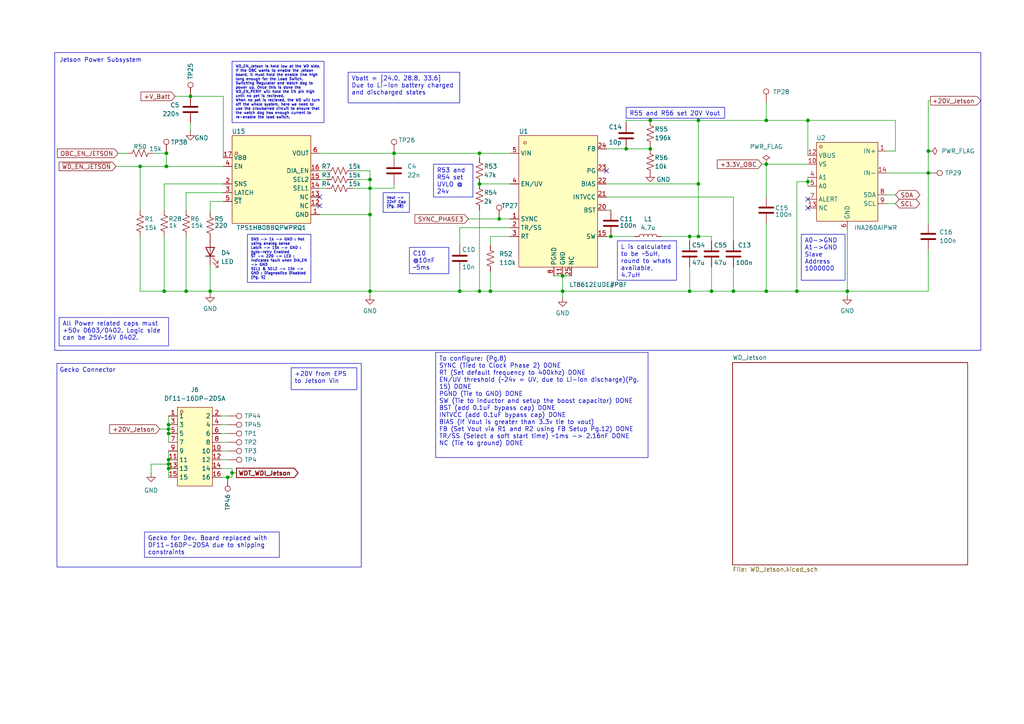
<source format=kicad_sch>
(kicad_sch (version 20250114) (generator "eeschema") (generator_version "9.0")
  (paper "A4")
  (lib_symbols
    (symbol "Connector:TestPoint" (pin_numbers (hide yes)) (pin_names (offset 0.762) (hide yes))
      (property "Reference" "TP" (at 0 6.858 0))
      (property "Value" "TestPoint" (at 0 5.08 0))
      (symbol "TestPoint_0_1"
        (circle (center 0 3.302) (radius 0.762))
      )
      (symbol "TestPoint_1_1"
        (pin passive line (at 0 0 90) (length 2.54) (name "1") (number "1"))
      )
    )
    (symbol "Device:C" (pin_numbers (hide yes)) (pin_names (offset 0.254))
      (property "Reference" "C" (at 0.635 2.54 0))
      (property "Value" "C" (at 0.635 -2.54 0))
      (symbol "C_0_1"
        (polyline (pts (xy -2.032 0.762) (xy 2.032 0.762)) (stroke (width 0.508)))
        (polyline (pts (xy -2.032 -0.762) (xy 2.032 -0.762)) (stroke (width 0.508)))
      )
      (symbol "C_1_1"
        (pin passive line (at 0 3.81 270) (length 2.794) (name "~") (number "1"))
        (pin passive line (at 0 -3.81 90) (length 2.794) (name "~") (number "2"))
      )
    )
    (symbol "Device:L" (pin_numbers (hide yes)) (pin_names (offset 1.016) (hide yes))
      (property "Reference" "L" (at -1.27 0 90))
      (property "Value" "L" (at 1.905 0 90))
      (symbol "L_0_1"
        (arc (start 0 2.54) (mid 0.6323 1.905) (end 0 1.27))
        (arc (start 0 1.27) (mid 0.6323 0.635) (end 0 0))
        (arc (start 0 0) (mid 0.6323 -0.635) (end 0 -1.27))
        (arc (start 0 -1.27) (mid 0.6323 -1.905) (end 0 -2.54))
      )
      (symbol "L_1_1"
        (pin passive line (at 0 3.81 270) (length 1.27) (name "1") (number "1"))
        (pin passive line (at 0 -3.81 90) (length 1.27) (name "2") (number "2"))
      )
    )
    (symbol "Device:LED" (pin_numbers (hide yes)) (pin_names (offset 1.016) (hide yes))
      (property "Reference" "D" (at 0 2.54 0))
      (property "Value" "LED" (at 0 -2.54 0))
      (symbol "LED_0_1"
        (polyline (pts (xy -3.048 -0.762) (xy -4.572 -2.286) (xy -3.81 -2.286) (xy -4.572 -2.286) (xy -4.572 -1.524)))
        (polyline (pts (xy -1.778 -0.762) (xy -3.302 -2.286) (xy -2.54 -2.286) (xy -3.302 -2.286) (xy -3.302 -1.524)))
        (polyline (pts (xy -1.27 0) (xy 1.27 0)))
        (polyline (pts (xy -1.27 -1.27) (xy -1.27 1.27)) (stroke (width 0.254)))
        (polyline (pts (xy 1.27 -1.27) (xy 1.27 1.27) (xy -1.27 0) (xy 1.27 -1.27)) (stroke (width 0.254)))
      )
      (symbol "LED_1_1"
        (pin passive line (at -3.81 0 0) (length 2.54) (name "K") (number "1"))
        (pin passive line (at 3.81 0 180) (length 2.54) (name "A") (number "2"))
      )
    )
    (symbol "Device:R_US" (pin_numbers (hide yes)) (pin_names (offset 0))
      (property "Reference" "R" (at 2.54 0 90))
      (property "Value" "R_US" (at -2.54 0 90))
      (symbol "R_US_0_1"
        (polyline (pts (xy 0 2.286) (xy 0 2.54)))
        (polyline (pts (xy 0 2.286) (xy 1.016 1.905) (xy 0 1.524) (xy -1.016 1.143) (xy 0 0.762)))
        (polyline (pts (xy 0 0.762) (xy 1.016 0.381) (xy 0 0) (xy -1.016 -0.381) (xy 0 -0.762)))
        (polyline (pts (xy 0 -0.762) (xy 1.016 -1.143) (xy 0 -1.524) (xy -1.016 -1.905) (xy 0 -2.286)))
        (polyline (pts (xy 0 -2.286) (xy 0 -2.54)))
      )
      (symbol "R_US_1_1"
        (pin passive line (at 0 3.81 270) (length 1.27) (name "~") (number "1"))
        (pin passive line (at 0 -3.81 90) (length 1.27) (name "~") (number "2"))
      )
    )
    (symbol "EPS:DF11-16DP-2DSA(08)"
      (property "Reference" "CN" (at 0 13.97 0))
      (property "Value" "DF11-16DP-2DSA(08)" (at 0 -13.97 0))
      (symbol "DF11-16DP-2DSA(08)_0_1"
        (rectangle (start -5.08 11.43) (end 5.08 -11.43) (fill (type background)))
        (circle (center -3.81 10.16) (radius 0.38))
        (pin unspecified line (at -7.62 8.89 0) (length 2.54) (name "1") (number "1"))
        (pin unspecified line (at -7.62 6.35 0) (length 2.54) (name "3") (number "3"))
        (pin unspecified line (at -7.62 3.81 0) (length 2.54) (name "5") (number "5"))
        (pin unspecified line (at -7.62 1.27 0) (length 2.54) (name "7") (number "7"))
        (pin unspecified line (at -7.62 -1.27 0) (length 2.54) (name "9") (number "9"))
        (pin unspecified line (at -7.62 -3.81 0) (length 2.54) (name "11") (number "11"))
        (pin unspecified line (at -7.62 -6.35 0) (length 2.54) (name "13") (number "13"))
        (pin unspecified line (at -7.62 -8.89 0) (length 2.54) (name "15") (number "15"))
        (pin unspecified line (at 7.62 8.89 180) (length 2.54) (name "2") (number "2"))
        (pin unspecified line (at 7.62 6.35 180) (length 2.54) (name "4") (number "4"))
        (pin unspecified line (at 7.62 3.81 180) (length 2.54) (name "6") (number "6"))
        (pin unspecified line (at 7.62 1.27 180) (length 2.54) (name "8") (number "8"))
        (pin unspecified line (at 7.62 -1.27 180) (length 2.54) (name "10") (number "10"))
        (pin unspecified line (at 7.62 -3.81 180) (length 2.54) (name "12") (number "12"))
        (pin unspecified line (at 7.62 -6.35 180) (length 2.54) (name "14") (number "14"))
        (pin unspecified line (at 7.62 -8.89 180) (length 2.54) (name "16") (number "16"))
      )
    )
    (symbol "EPS:INA260AIPWR"
      (property "Reference" "U" (at 0 13.97 0))
      (property "Value" "INA260AIPWR" (at 8.128 -12.954 0))
      (symbol "INA260AIPWR_0_1"
        (rectangle (start -8.89 11.43) (end 8.89 -11.43) (fill (type background)))
        (circle (center -7.62 10.16) (radius 0.38))
      )
      (symbol "INA260AIPWR_1_1"
        (pin passive line (at -11.43 7.62 0) (length 2.54) (name "VBUS") (number "12"))
        (pin passive line (at -11.43 5.08 0) (length 2.54) (name "VS") (number "10"))
        (pin passive line (at -11.43 1.27 0) (length 2.54) (name "A1") (number "4"))
        (pin passive line (at -11.43 -1.27 0) (length 2.54) (name "A0") (number "5"))
        (pin passive line (at -11.43 -5.08 0) (length 2.54) (name "ALERT") (number "7"))
        (pin passive line (at -11.43 -7.62 0) (length 2.54) (name "NC") (number "13"))
        (pin passive line (at 0 -13.97 90) (length 2.54) (name "GND") (number "6"))
        (pin passive line (at 11.43 8.89 180) (length 2.54) (name "IN+") (number "1"))
        (pin passive line (at 11.43 2.54 180) (length 2.54) (name "IN-") (number "14"))
        (pin passive line (at 11.43 -3.81 180) (length 2.54) (name "SDA") (number "8"))
        (pin passive line (at 11.43 -6.35 180) (length 2.54) (name "SCL") (number "9"))
      )
    )
    (symbol "EPS:LT8612EUDE#PBF"
      (property "Reference" "U" (at -1.27 24.13 0))
      (property "Value" "LT8612EUDE#PBF" (at 0 -29.21 0))
      (symbol "LT8612EUDE#PBF_0_1"
        (rectangle (start -11.43 16.51) (end 11.43 -21.59) (fill (type background)))
        (circle (center -9.652 14.478) (radius 0.38))
      )
      (symbol "LT8612EUDE#PBF_1_1"
        (pin passive line (at -13.97 11.43 0) (length 2.54) (name "VIN") (number "5"))
        (pin passive line (at -13.97 2.54 0) (length 2.54) (name "EN/UV") (number "4"))
        (pin passive line (at -13.97 -7.62 0) (length 2.54) (name "SYNC") (number "1"))
        (pin passive line (at -13.97 -10.16 0) (length 2.54) (name "TR/SS") (number "2"))
        (pin passive line (at -13.97 -12.7 0) (length 2.54) (name "RT") (number "3"))
        (pin passive line (at -1.27 -24.13 90) (length 2.54) (name "PGND") (number "8"))
        (pin passive line (at 1.27 -24.13 90) (length 2.54) (name "GND") (number "11"))
        (pin passive line (at 3.81 -24.13 90) (length 2.54) (name "NC") (number "25"))
        (pin passive line (at 13.97 12.7 180) (length 2.54) (name "FB") (number "24"))
        (pin passive line (at 13.97 6.35 180) (length 2.54) (name "PG") (number "23"))
        (pin passive line (at 13.97 2.54 180) (length 2.54) (name "BIAS") (number "22"))
        (pin passive line (at 13.97 -1.27 180) (length 2.54) (name "INTVCC") (number "21"))
        (pin passive line (at 13.97 -5.08 180) (length 2.54) (name "BST") (number "20"))
        (pin passive line (at 13.97 -12.7 180) (length 2.54) (name "SW") (number "15"))
      )
    )
    (symbol "EPS:TPS1HB08BQPWPRQ1"
      (property "Reference" "U" (at 0 15.24 0))
      (property "Value" "TPS1HB08BQPWPRQ1" (at 0 -15.24 0))
      (symbol "TPS1HB08BQPWPRQ1_0_1"
        (rectangle (start -11.43 12.7) (end 11.43 -12.7) (fill (type background)))
        (circle (center -10.16 7.62) (radius 0.38))
      )
      (symbol "TPS1HB08BQPWPRQ1_1_1"
        (pin passive line (at -13.97 6.35 0) (length 2.54) (name "VBB") (number "17"))
        (pin passive line (at -13.97 3.81 0) (length 2.54) (name "EN") (number "4"))
        (pin passive line (at -13.97 -1.27 0) (length 2.54) (name "SNS") (number "2"))
        (pin passive line (at -13.97 -3.81 0) (length 2.54) (name "LATCH") (number "3"))
        (pin passive line (at -13.97 -6.35 0) (length 2.54) (name "~{ST}") (number "5"))
        (pin passive line (at 13.97 7.62 180) (length 2.54) (name "VOUT") (number "6"))
        (pin passive line (at 13.97 2.54 180) (length 2.54) (name "DIA_EN") (number "16"))
        (pin passive line (at 13.97 0 180) (length 2.54) (name "SEL2") (number "15"))
        (pin passive line (at 13.97 -2.54 180) (length 2.54) (name "SEL1") (number "14"))
        (pin passive line (at 13.97 -5.08 180) (length 2.54) (name "NC") (number "13"))
        (pin passive line (at 13.97 -7.62 180) (length 2.54) (name "NC") (number "12"))
        (pin passive line (at 13.97 -10.16 180) (length 2.54) (name "GND") (number "1"))
      )
    )
    (symbol "power:GND" (power) (pin_numbers (hide yes)) (pin_names (offset 0) (hide yes))
      (property "Value" "GND" (at 0 -3.81 0))
      (symbol "GND_0_1"
        (polyline (pts (xy 0 0) (xy 0 -1.27) (xy 1.27 -1.27) (xy 0 -2.54) (xy -1.27 -1.27) (xy 0 -1.27)))
      )
      (symbol "GND_1_1"
        (pin power_in line (at 0 0 270) (length 0) (name "~") (number "1"))
      )
    )
    (symbol "power:PWR_FLAG" (power) (pin_numbers (hide yes)) (pin_names (offset 0) (hide yes))
      (property "Value" "PWR_FLAG" (at 0 3.81 0))
      (symbol "PWR_FLAG_0_0"
        (pin power_out line (at 0 0 90) (length 0) (name "~") (number "1"))
      )
      (symbol "PWR_FLAG_0_1"
        (polyline (pts (xy 0 0) (xy 0 1.27) (xy -1.016 1.905) (xy 0 2.54) (xy 1.016 1.905) (xy 0 1.27)))
      )
    )
  )
  (rectangle (start 15.875 15.24) (end 284.48 101.6))
  (rectangle (start 16.51 105.41) (end 104.775 164.465))
  (text "Jetson Power Subsystem" (at 29.21 17.526 0) (effects (font (size 1.27 1.27))))
  (text "Gecko Connector" (at 25.4 107.442 0) (effects (font (size 1.27 1.27))))
  (text_box "Gecko for Dev. Board replaced with DF11-16DP-2DSA due to shipping constraints" (at 41.91 154.305 0) (size 39.116 7.366) (margins 0.9525 0.9525 0.9525 0.9525) (effects (font (size 1.27 1.27)) (justify left top)))
  (text_box "SNS -> 1k -> GND : Not using analog sense\nLatch -> 15k -> GND : Auto-retry Enabled\n~{ST} -> 220 -> LED : Indicates fault when DIA_EN -> GND\nSEL1 & SEL2 -> 15k -> GND : Diagnostics Disabled\n(Pg. 5)" (at 71.755 67.945 0) (size 18.415 13.97) (margins 0.9525 0.9525 0.9525 0.9525) (effects (font (size 0.762 0.762)) (justify left top)))
  (text_box "To configure: (Pg.8)\nSYNC (Tied to Clock Phase 2) DONE\nRT (Set default frequency to 400khz) DONE\nEN/UV threshold (~24v = UV, due to Li-ion discharge)(Pg. 15) DONE\nPGND (Tie to GND) DONE\nSW (Tie to inductor and setup the boost capacitor) DONE\nBST (add 0.1uF bypass cap) DONE\nINTVCC (add 0.1uF bypass cap) DONE\nBIAS (If Vout is greater than 3.3v tie to vout)\nFB (Set Vout via R1 and R2 using FB Setup Pg.12) DONE\nTR/SS (Select a soft start time) ~1ms -> 2.16nF DONE\nNC (Tie to ground) DONE" (at 126.365 102.235 0) (size 61.595 30.48) (margins 0.9525 0.9525 0.9525 0.9525) (effects (font (size 1.27 1.27)) (justify left top)))
  (text_box "C10 @10nF ~5ms" (at 118.745 71.755 0) (size 11.43 7.62) (margins 0.9525 0.9525 0.9525 0.9525) (effects (font (size 1.27 1.27)) (justify left top)))
  (text_box "R53 and R54 set UVLO @ 24v" (at 125.73 47.625 0) (size 11.43 9.525) (margins 0.9525 0.9525 0.9525 0.9525) (effects (font (size 1.27 1.27)) (justify left top)))
  (text_box "R55 and R56 set 20V Vout" (at 181.61 31.115 0) (size 28.575 3.175) (margins 0.9525 0.9525 0.9525 0.9525) (effects (font (size 1.27 1.27)) (justify left top)))
  (text_box "A0->GND\nA1->GND\nSlave Address\n1000000" (at 232.41 67.945 0) (size 12.7 13.335) (margins 0.9525 0.9525 0.9525 0.9525) (effects (font (size 1.27 1.27)) (justify left top)))
  (text_box "Vout -> 22nF Cap\n(Pg. 38)" (at 111.125 55.88 0) (size 7.62 5.715) (margins 0.9525 0.9525 0.9525 0.9525) (effects (font (size 0.762 0.762)) (justify left top)))
  (text_box "Vbatt = [24.0, 28.8, 33.6] Due to Li-ion battery charged and discharged states" (at 100.965 20.955 0) (size 32.385 8.89) (margins 0.9525 0.9525 0.9525 0.9525) (effects (font (size 1.27 1.27)) (justify left top)))
  (text_box "WD_EN_Jetson is held low at the WD side. If the OBC wants to enable the Jetson board, it must hold the enable line high long enough for the Load Switch, Switching Regulator and Watch dog to power up. Once this is done the WD_EN_PERIF will hold the EN pin high until no pet is recieved.\nWhen no pet is recieved, the WD will turn off the whole system, here we need to use the crowbarred circuit to ensure that the watch dog has enough current to re-enable the load switch." (at 67.31 17.78 0) (size 26.67 17.78) (margins 0.9525 0.9525 0.9525 0.9525) (effects (font (size 0.762 0.762)) (justify left top)))
  (text_box "All Power related caps must +50v 0603/0402. Logic side can be 25V~16V 0402." (at 17.145 92.075 0) (size 31.75 8.255) (margins 0.9525 0.9525 0.9525 0.9525) (effects (font (size 1.27 1.27)) (justify left top)))
  (text_box "L is calculated to be ~5uH, round to whats available, 4.7uH" (at 179.07 69.85 0) (size 17.145 11.43) (margins 0.9525 0.9525 0.9525 0.9525) (effects (font (size 1.27 1.27)) (justify left top)))
  (text_box "+20V from EPS to Jetson Vin" (at 84.455 106.68 0) (size 19.05 6.35) (margins 0.9525 0.9525 0.9525 0.9525) (effects (font (size 1.27 1.27)) (justify left top)))
  (junction (at 48.26 44.45))
  (junction (at 142.24 84.455))
  (junction (at 48.26 48.26))
  (junction (at 206.375 84.455))
  (junction (at 222.25 47.625))
  (junction (at 66.04 138.43))
  (junction (at 47.625 84.455))
  (junction (at 67.31 137.16))
  (junction (at 202.565 53.34))
  (junction (at 212.725 84.455))
  (junction (at 200.025 68.58))
  (junction (at 139.065 44.45))
  (junction (at 181.61 43.18))
  (junction (at 269.24 43.815))
  (junction (at 48.895 134.62))
  (junction (at 163.195 84.455))
  (junction (at 202.565 68.58))
  (junction (at 107.315 62.23))
  (junction (at 48.895 123.19))
  (junction (at 222.25 34.925))
  (junction (at 163.195 80.01))
  (junction (at 139.065 53.34))
  (junction (at 55.245 27.94))
  (junction (at 222.25 84.455))
  (junction (at 107.315 54.61))
  (junction (at 48.895 133.35))
  (junction (at 231.14 84.455))
  (junction (at 40.64 48.26))
  (junction (at 114.3 44.45))
  (junction (at 133.35 84.455))
  (junction (at 269.24 50.165))
  (junction (at 48.895 125.73))
  (junction (at 188.595 43.18))
  (junction (at 107.315 52.07))
  (junction (at 200.025 84.455))
  (junction (at 188.595 34.925))
  (junction (at 144.78 63.5))
  (junction (at 234.315 34.925))
  (junction (at 60.96 84.455))
  (junction (at 139.065 84.455))
  (junction (at 48.895 135.89))
  (junction (at 177.165 68.58))
  (junction (at 234.315 52.705))
  (junction (at 53.975 84.455))
  (junction (at 48.895 124.46))
  (junction (at 107.315 84.455))
  (junction (at 202.565 34.925))
  (junction (at 245.745 84.455))
  (no_connect (at 92.71 57.15))
  (no_connect (at 175.895 49.53))
  (no_connect (at 234.315 60.325))
  (no_connect (at 92.71 59.69))
  (no_connect (at 234.315 57.785))
  (wire (pts (xy 269.24 29.21) (xy 269.24 43.815)))
  (wire (pts (xy 222.25 64.77) (xy 222.25 84.455)))
  (wire (pts (xy 181.61 43.18) (xy 175.895 43.18)))
  (wire (pts (xy 53.975 84.455) (xy 60.96 84.455)))
  (wire (pts (xy 202.565 68.58) (xy 206.375 68.58)))
  (wire (pts (xy 64.77 53.34) (xy 47.625 53.34)))
  (wire (pts (xy 92.71 54.61) (xy 94.615 54.61)))
  (wire (pts (xy 259.715 43.815) (xy 257.175 43.815)))
  (wire (pts (xy 48.895 124.46) (xy 48.895 125.73)))
  (wire (pts (xy 175.895 57.15) (xy 212.725 57.15)))
  (wire (pts (xy 40.64 84.455) (xy 47.625 84.455)))
  (wire (pts (xy 259.715 59.055) (xy 257.175 59.055)))
  (wire (pts (xy 259.715 34.925) (xy 259.715 43.815)))
  (wire (pts (xy 202.565 34.925) (xy 202.565 53.34)))
  (wire (pts (xy 48.26 48.26) (xy 64.77 48.26)))
  (wire (pts (xy 220.98 47.625) (xy 222.25 47.625)))
  (wire (pts (xy 212.725 84.455) (xy 222.25 84.455)))
  (wire (pts (xy 245.745 84.455) (xy 269.24 84.455)))
  (wire (pts (xy 47.625 84.455) (xy 53.975 84.455)))
  (wire (pts (xy 234.315 52.705) (xy 234.315 53.975)))
  (wire (pts (xy 48.895 120.65) (xy 48.895 123.19)))
  (wire (pts (xy 33.655 48.26) (xy 40.64 48.26)))
  (wire (pts (xy 142.24 84.455) (xy 163.195 84.455)))
  (wire (pts (xy 67.31 137.16) (xy 68.58 137.16)))
  (wire (pts (xy 163.195 84.455) (xy 163.195 80.01)))
  (wire (pts (xy 92.71 52.07) (xy 94.615 52.07)))
  (wire (pts (xy 188.595 42.545) (xy 188.595 43.18)))
  (wire (pts (xy 107.315 62.23) (xy 107.315 84.455)))
  (wire (pts (xy 212.725 77.47) (xy 212.725 84.455)))
  (wire (pts (xy 234.315 34.925) (xy 259.715 34.925)))
  (wire (pts (xy 163.195 84.455) (xy 163.195 86.36)))
  (wire (pts (xy 188.595 50.165) (xy 188.595 50.8)))
  (wire (pts (xy 55.245 27.94) (xy 50.8 27.94)))
  (wire (pts (xy 257.175 50.165) (xy 269.24 50.165)))
  (wire (pts (xy 107.315 84.455) (xy 133.35 84.455)))
  (wire (pts (xy 48.895 130.81) (xy 48.895 133.35)))
  (wire (pts (xy 202.565 34.925) (xy 222.25 34.925)))
  (wire (pts (xy 133.35 84.455) (xy 139.065 84.455)))
  (wire (pts (xy 142.24 68.58) (xy 147.955 68.58)))
  (wire (pts (xy 269.24 50.165) (xy 269.24 64.77)))
  (wire (pts (xy 142.24 84.455) (xy 142.24 78.74)))
  (wire (pts (xy 66.04 123.19) (xy 64.135 123.19)))
  (wire (pts (xy 36.83 44.45) (xy 34.29 44.45)))
  (wire (pts (xy 234.315 51.435) (xy 234.315 52.705)))
  (wire (pts (xy 139.065 84.455) (xy 142.24 84.455)))
  (wire (pts (xy 48.895 125.73) (xy 48.895 128.27)))
  (wire (pts (xy 181.61 34.925) (xy 181.61 35.56)))
  (wire (pts (xy 114.3 44.45) (xy 114.3 45.72)))
  (wire (pts (xy 245.745 84.455) (xy 245.745 85.725)))
  (wire (pts (xy 133.35 66.04) (xy 133.35 71.12)))
  (wire (pts (xy 107.315 49.53) (xy 107.315 52.07)))
  (wire (pts (xy 200.025 84.455) (xy 206.375 84.455)))
  (wire (pts (xy 64.135 125.73) (xy 66.04 125.73)))
  (wire (pts (xy 175.895 53.34) (xy 202.565 53.34)))
  (wire (pts (xy 269.24 43.815) (xy 269.24 50.165)))
  (wire (pts (xy 92.71 49.53) (xy 94.615 49.53)))
  (wire (pts (xy 177.165 68.58) (xy 184.15 68.58)))
  (wire (pts (xy 188.595 43.18) (xy 181.61 43.18)))
  (wire (pts (xy 200.025 68.58) (xy 202.565 68.58)))
  (wire (pts (xy 142.24 68.58) (xy 142.24 71.12)))
  (wire (pts (xy 64.77 27.94) (xy 64.77 45.72)))
  (wire (pts (xy 114.3 54.61) (xy 114.3 53.34)))
  (wire (pts (xy 175.895 60.96) (xy 177.165 60.96)))
  (wire (pts (xy 144.78 63.5) (xy 147.955 63.5)))
  (wire (pts (xy 107.315 54.61) (xy 114.3 54.61)))
  (wire (pts (xy 163.195 84.455) (xy 200.025 84.455)))
  (wire (pts (xy 102.235 49.53) (xy 107.315 49.53)))
  (wire (pts (xy 200.025 84.455) (xy 200.025 77.47)))
  (wire (pts (xy 222.25 84.455) (xy 231.14 84.455)))
  (wire (pts (xy 67.31 138.43) (xy 66.04 138.43)))
  (wire (pts (xy 67.31 137.16) (xy 67.31 138.43)))
  (wire (pts (xy 188.595 34.925) (xy 202.565 34.925)))
  (wire (pts (xy 102.235 52.07) (xy 107.315 52.07)))
  (wire (pts (xy 55.245 27.94) (xy 64.77 27.94)))
  (wire (pts (xy 107.315 84.455) (xy 107.315 85.725)))
  (wire (pts (xy 222.25 34.925) (xy 234.315 34.925)))
  (wire (pts (xy 222.25 47.625) (xy 222.25 57.15)))
  (wire (pts (xy 48.895 123.19) (xy 48.895 124.46)))
  (wire (pts (xy 64.135 130.81) (xy 66.04 130.81)))
  (wire (pts (xy 60.96 61.595) (xy 60.96 58.42)))
  (wire (pts (xy 64.135 133.35) (xy 66.04 133.35)))
  (wire (pts (xy 231.14 52.705) (xy 231.14 84.455)))
  (wire (pts (xy 40.64 48.26) (xy 48.26 48.26)))
  (wire (pts (xy 66.04 120.65) (xy 64.135 120.65)))
  (wire (pts (xy 64.135 135.89) (xy 67.31 135.89)))
  (wire (pts (xy 163.195 80.01) (xy 165.735 80.01)))
  (wire (pts (xy 107.315 54.61) (xy 107.315 62.23)))
  (wire (pts (xy 47.625 68.58) (xy 47.625 84.455)))
  (wire (pts (xy 114.3 44.45) (xy 139.065 44.45)))
  (wire (pts (xy 231.14 84.455) (xy 245.745 84.455)))
  (wire (pts (xy 102.235 54.61) (xy 107.315 54.61)))
  (wire (pts (xy 46.355 124.46) (xy 48.895 124.46)))
  (wire (pts (xy 60.96 84.455) (xy 60.96 85.09)))
  (wire (pts (xy 202.565 53.34) (xy 202.565 68.58)))
  (wire (pts (xy 44.45 44.45) (xy 48.26 44.45)))
  (wire (pts (xy 206.375 84.455) (xy 212.725 84.455)))
  (wire (pts (xy 139.065 53.34) (xy 147.955 53.34)))
  (wire (pts (xy 48.895 135.89) (xy 48.895 138.43)))
  (wire (pts (xy 222.25 34.925) (xy 222.25 29.845)))
  (wire (pts (xy 222.25 47.625) (xy 234.315 47.625)))
  (wire (pts (xy 139.065 45.72) (xy 139.065 44.45)))
  (wire (pts (xy 43.815 134.62) (xy 43.815 137.16)))
  (wire (pts (xy 67.31 135.89) (xy 67.31 137.16)))
  (wire (pts (xy 160.655 80.01) (xy 163.195 80.01)))
  (wire (pts (xy 175.895 68.58) (xy 177.165 68.58)))
  (wire (pts (xy 40.64 60.96) (xy 40.64 48.26)))
  (wire (pts (xy 48.895 134.62) (xy 48.895 135.89)))
  (wire (pts (xy 212.725 57.15) (xy 212.725 69.85)))
  (wire (pts (xy 53.975 68.58) (xy 53.975 84.455)))
  (wire (pts (xy 269.24 84.455) (xy 269.24 72.39)))
  (wire (pts (xy 133.35 66.04) (xy 147.955 66.04)))
  (wire (pts (xy 64.135 128.27) (xy 66.04 128.27)))
  (wire (pts (xy 200.025 68.58) (xy 200.025 69.85)))
  (wire (pts (xy 191.77 68.58) (xy 200.025 68.58)))
  (wire (pts (xy 234.315 45.085) (xy 234.315 34.925)))
  (wire (pts (xy 48.26 44.45) (xy 48.26 48.26)))
  (wire (pts (xy 55.245 35.56) (xy 55.245 38.1)))
  (wire (pts (xy 53.975 60.96) (xy 53.975 55.88)))
  (wire (pts (xy 139.065 60.96) (xy 139.065 84.455)))
  (wire (pts (xy 64.135 138.43) (xy 66.04 138.43)))
  (wire (pts (xy 48.895 133.35) (xy 48.895 134.62)))
  (wire (pts (xy 234.315 52.705) (xy 231.14 52.705)))
  (wire (pts (xy 60.96 58.42) (xy 64.77 58.42)))
  (wire (pts (xy 43.815 134.62) (xy 48.895 134.62)))
  (wire (pts (xy 269.875 29.21) (xy 269.24 29.21)))
  (wire (pts (xy 245.745 66.675) (xy 245.745 84.455)))
  (wire (pts (xy 92.71 44.45) (xy 114.3 44.45)))
  (wire (pts (xy 60.96 76.835) (xy 60.96 84.455)))
  (wire (pts (xy 92.71 62.23) (xy 107.315 62.23)))
  (wire (pts (xy 133.35 78.74) (xy 133.35 84.455)))
  (wire (pts (xy 206.375 68.58) (xy 206.375 69.85)))
  (wire (pts (xy 60.96 84.455) (xy 107.315 84.455)))
  (wire (pts (xy 53.975 55.88) (xy 64.77 55.88)))
  (wire (pts (xy 40.64 68.58) (xy 40.64 84.455)))
  (wire (pts (xy 139.065 44.45) (xy 147.955 44.45)))
  (wire (pts (xy 107.315 52.07) (xy 107.315 54.61)))
  (wire (pts (xy 188.595 34.925) (xy 181.61 34.925)))
  (wire (pts (xy 259.715 56.515) (xy 257.175 56.515)))
  (wire (pts (xy 135.89 63.5) (xy 144.78 63.5)))
  (wire (pts (xy 206.375 77.47) (xy 206.375 84.455)))
  (wire (pts (xy 47.625 53.34) (xy 47.625 60.96)))
  (global_label "+3.3V_OBC" (shape input) (at 220.98 47.625 180) (property "Intersheetrefs" "${INTERSHEET_REFS}" (effects (hide yes))))
  (global_label "SYNC_PHASE3" (shape input) (at 135.89 63.5 180) (property "Intersheetrefs" "${INTERSHEET_REFS}" (effects (hide yes))))
  (global_label "SDA" (shape bidirectional) (at 259.715 56.515 0) (property "Intersheetrefs" "${INTERSHEET_REFS}" (effects (hide yes))))
  (global_label "SCL" (shape bidirectional) (at 259.715 59.055 0) (property "Intersheetrefs" "${INTERSHEET_REFS}" (effects (hide yes))))
  (global_label "+20V_Jetson" (shape output) (at 269.875 29.21 0) (property "Intersheetrefs" "${INTERSHEET_REFS}" (effects (hide yes))))
  (global_label "WDT_WDI_Jetson" (shape output) (at 68.58 137.16 0) (effects (font (thickness 0.254) (bold yes))) (property "Intersheetrefs" "${INTERSHEET_REFS}" (effects (hide yes))))
  (global_label "~{WD_EN_JETSON}" (shape input) (at 33.655 48.26 180) (property "Intersheetrefs" "${INTERSHEET_REFS}" (effects (hide yes))))
  (global_label "+20V_Jetson" (shape input) (at 46.355 124.46 180) (property "Intersheetrefs" "${INTERSHEET_REFS}" (effects (hide yes))))
  (global_label "OBC_EN_JETSON" (shape input) (at 34.29 44.45 180) (property "Intersheetrefs" "${INTERSHEET_REFS}" (effects (hide yes))))
  (global_label "+V_Batt" (shape input) (at 50.8 27.94 180) (property "Intersheetrefs" "${INTERSHEET_REFS}" (effects (hide yes))))
  (symbol (lib_id "Connector:TestPoint") (at 66.04 138.43 180) (unit 1)
    (property "Reference" "TP46" (at 66.04 143.256 90) (effects (justify left)))
    (property "Value" "TestPoint" (effects (hide yes)))
    (property "Footprint" "TestPoint:TestPoint_Pad_1.0x1.0mm" (effects (hide yes)))
    (property "Description" "test point" (effects (hide yes)))
  )
  (symbol (lib_id "power:GND") (at 60.96 85.09 0) (unit 1)
    (property "Reference" "#PWR07" (effects (hide yes)))
    (property "Value" "GND" (at 60.96 89.535 0))
    (property "Description" "Power symbol creates a global label with name \"GND\" , ground" (effects (hide yes)))
  )
  (symbol (lib_id "Device:C") (at 114.3 49.53 0) (unit 1)
    (property "Reference" "C4" (at 118.11 48.2599 0) (effects (justify left)))
    (property "Value" "22n" (at 118.11 50.7999 0) (effects (justify left)))
    (property "Footprint" "EPS:C0402" (effects (hide yes)))
    (property "Description" "Unpolarized capacitor" (effects (hide yes)))
  )
  (symbol (lib_id "power:PWR_FLAG") (at 269.24 43.815 270) (unit 1)
    (property "Reference" "#FLG06" (effects (hide yes)))
    (property "Value" "PWR_FLAG" (at 273.05 43.8149 90) (effects (justify left)))
    (property "Description" "Special symbol for telling ERC where power comes from" (effects (hide yes)))
  )
  (symbol (lib_id "Device:R_US") (at 142.24 74.93 0) (unit 1)
    (property "Reference" "R52" (at 144.78 73.6599 0) (effects (justify left)))
    (property "Value" "110k" (at 144.78 76.1999 0) (effects (justify left)))
    (property "Footprint" "EPS:R0402" (effects (hide yes)))
    (property "Description" "Resistor, US symbol" (effects (hide yes)))
  )
  (symbol (lib_id "Device:R_US") (at 60.96 65.405 180) (unit 1)
    (property "Reference" "R5" (at 63.5 63.5 0))
    (property "Value" "220" (at 64.135 65.405 0))
    (property "Footprint" "EPS:R0402" (effects (hide yes)))
    (property "Description" "Resistor, US symbol" (effects (hide yes)))
  )
  (symbol (lib_id "Device:C") (at 206.375 73.66 0) (unit 1)
    (property "Reference" "C55" (at 207.01 71.12 0) (effects (justify left)))
    (property "Value" "47u" (at 207.01 76.2 0) (effects (justify left)))
    (property "Footprint" "EPS:CAP-SMD_L7.3-W4.3-FD" (effects (hide yes)))
    (property "Description" "Unpolarized capacitor" (effects (hide yes)))
  )
  (symbol (lib_id "Device:R_US") (at 98.425 52.07 90) (unit 1)
    (property "Reference" "R3" (at 94.615 50.8 90))
    (property "Value" "15k" (at 102.87 50.8 90))
    (property "Footprint" "EPS:R0402" (effects (hide yes)))
    (property "Description" "Resistor, US symbol" (effects (hide yes)))
  )
  (symbol (lib_id "Device:R_US") (at 139.065 57.15 0) (unit 1)
    (property "Reference" "R54" (at 140.335 55.88 0) (effects (justify left)))
    (property "Value" "2k" (at 140.335 58.42 0) (effects (justify left)))
    (property "Footprint" "EPS:R0402" (effects (hide yes)))
    (property "Description" "Resistor, US symbol" (effects (hide yes)))
  )
  (symbol (lib_id "Device:C") (at 212.725 73.66 0) (unit 1)
    (property "Reference" "C13" (at 213.995 71.12 0) (effects (justify left)))
    (property "Value" "100n" (at 213.36 76.2 0) (effects (justify left)))
    (property "Footprint" "EPS:C0402" (effects (hide yes)))
    (property "Description" "Unpolarized capacitor" (effects (hide yes)))
  )
  (symbol (lib_id "power:PWR_FLAG") (at 222.25 47.625 0) (unit 1)
    (property "Reference" "#FLG010" (effects (hide yes)))
    (property "Value" "PWR_FLAG" (at 222.25 42.545 0))
    (property "Description" "Special symbol for telling ERC where power comes from" (effects (hide yes)))
  )
  (symbol (lib_id "Device:C") (at 133.35 74.93 0) (unit 1)
    (property "Reference" "C10" (at 133.985 72.39 0) (effects (justify left)))
    (property "Value" "10n" (at 133.985 77.47 0) (effects (justify left)))
    (property "Footprint" "EPS:C0402" (effects (hide yes)))
    (property "Description" "Unpolarized capacitor" (effects (hide yes)))
  )
  (symbol (lib_id "Device:C") (at 177.165 64.77 0) (unit 1)
    (property "Reference" "C11" (at 179.705 63.5 0) (effects (justify left)))
    (property "Value" "100n" (at 179.705 65.405 0) (effects (justify left)))
    (property "Footprint" "EPS:C0402" (effects (hide yes)))
    (property "Description" "Unpolarized capacitor" (effects (hide yes)))
  )
  (symbol (lib_id "power:GND") (at 163.195 86.36 0) (unit 1)
    (property "Reference" "#PWR05" (effects (hide yes)))
    (property "Value" "GND" (at 163.195 90.805 0))
    (property "Description" "Power symbol creates a global label with name \"GND\" , ground" (effects (hide yes)))
  )
  (symbol (lib_id "Device:C") (at 222.25 60.96 0) (unit 1)
    (property "Reference" "C15" (at 224.79 60.325 0) (effects (justify left)))
    (property "Value" "100n" (at 224.79 62.23 0) (effects (justify left)))
    (property "Footprint" "EPS:C0402" (effects (hide yes)))
    (property "Description" "Unpolarized capacitor" (effects (hide yes)))
  )
  (symbol (lib_id "EPS:LT8612EUDE#PBF") (at 161.925 55.88 0) (unit 1)
    (property "Reference" "U1" (at 150.495 38.1 0) (effects (justify left)))
    (property "Value" "LT8612EUDE#PBF" (at 165.1 82.55 0) (effects (justify left)))
    (property "Footprint" "EPS:QFN-28_L6.0-W3.0-P0.50-BL-EP" (effects (hide yes)))
    (property "Datasheet" "https://jlcpcb.com/api/file/downloadByFileSystemAccessId/8589836477510287360" (effects (hide yes)))
    (property "Description" "42V, 6A, Step Down Regulator" (effects (hide yes)))
    (property "LCSC Part" "C580312" (effects (hide yes)))
  )
  (symbol (lib_id "Device:R_US") (at 188.595 46.99 0) (unit 1)
    (property "Reference" "R56" (at 189.865 45.72 0) (effects (justify left)))
    (property "Value" "10k" (at 189.865 48.26 0) (effects (justify left)))
    (property "Footprint" "EPS:R0402" (effects (hide yes)))
    (property "Description" "Resistor, US symbol" (effects (hide yes)))
  )
  (symbol (lib_id "Device:R_US") (at 139.065 49.53 0) (unit 1)
    (property "Reference" "R53" (at 140.335 48.26 0) (effects (justify left)))
    (property "Value" "47k" (at 140.335 50.8 0) (effects (justify left)))
    (property "Footprint" "EPS:R0402" (effects (hide yes)))
    (property "Description" "Resistor, US symbol" (effects (hide yes)))
  )
  (symbol (lib_id "Connector:TestPoint") (at 66.04 133.35 270) (unit 1)
    (property "Reference" "TP4" (at 70.866 133.35 90) (effects (justify left)))
    (property "Value" "TestPoint" (effects (hide yes)))
    (property "Footprint" "TestPoint:TestPoint_Pad_1.0x1.0mm" (effects (hide yes)))
    (property "Description" "test point" (effects (hide yes)))
  )
  (symbol (lib_id "Device:C") (at 269.24 68.58 0) (unit 1)
    (property "Reference" "C16" (at 272.415 67.3099 0) (effects (justify left)))
    (property "Value" "100n" (at 272.415 69.8499 0) (effects (justify left)))
    (property "Footprint" "EPS:C0402" (effects (hide yes)))
    (property "Description" "Unpolarized capacitor" (effects (hide yes)))
  )
  (symbol (lib_id "Connector:TestPoint") (at 66.04 128.27 270) (unit 1)
    (property "Reference" "TP2" (at 70.866 128.27 90) (effects (justify left)))
    (property "Value" "TestPoint" (effects (hide yes)))
    (property "Footprint" "TestPoint:TestPoint_Pad_1.0x1.0mm" (effects (hide yes)))
    (property "Description" "test point" (effects (hide yes)))
  )
  (symbol (lib_id "Device:R_US") (at 40.64 64.77 0) (unit 1)
    (property "Reference" "R1" (at 41.91 63.5 0) (effects (justify left)))
    (property "Value" "15k" (at 41.91 66.04 0) (effects (justify left)))
    (property "Footprint" "EPS:R0402" (effects (hide yes)))
    (property "Description" "Resistor, US symbol" (effects (hide yes)))
  )
  (symbol (lib_id "Connector:TestPoint") (at 114.3 44.45 0) (unit 1)
    (property "Reference" "TP26" (at 115.57 40.64 0) (effects (justify left)))
    (property "Value" "TestPoint" (effects (hide yes)))
    (property "Footprint" "TestPoint:TestPoint_Pad_1.0x1.0mm" (effects (hide yes)))
    (property "Description" "test point" (effects (hide yes)))
  )
  (symbol (lib_id "EPS:INA260AIPWR") (at 245.745 52.705 0) (unit 1)
    (property "Reference" "U2" (at 238.125 40.005 0))
    (property "Value" "INA260AIPWR" (at 254 66.04 0))
    (property "Footprint" "EPS:TSSOP-16_L5.0-W4.4-P0.65-LS6.4-BL-1" (effects (hide yes)))
    (property "Datasheet" "https://www.ti.com/lit/ds/symlink/ina260.pdf?ts=1748375218606&ref_url=https%253A%252F%252Fwww.google.com%252F" (effects (hide yes)))
    (property "Description" "Precision Digital Current and Power Monitor With Low-Drift, Precision Integrated Shunt" (effects (hide yes)))
    (property "LCSC Part" "C2155885" (effects (hide yes)))
  )
  (symbol (lib_id "Connector:TestPoint") (at 144.78 63.5 0) (unit 1)
    (property "Reference" "TP27" (at 145.415 59.69 0) (effects (justify left)))
    (property "Value" "TestPoint" (effects (hide yes)))
    (property "Footprint" "TestPoint:TestPoint_Pad_1.0x1.0mm" (effects (hide yes)))
    (property "Description" "test point" (effects (hide yes)))
  )
  (symbol (lib_id "Device:R_US") (at 40.64 44.45 90) (unit 1)
    (property "Reference" "R50" (at 40.64 42.545 90))
    (property "Value" "15k" (at 45.085 43.18 90))
    (property "Footprint" "EPS:R0402" (effects (hide yes)))
    (property "Description" "Resistor, US symbol" (effects (hide yes)))
  )
  (symbol (lib_id "Connector:TestPoint") (at 66.04 120.65 270) (unit 1)
    (property "Reference" "TP44" (at 70.866 120.65 90) (effects (justify left)))
    (property "Value" "TestPoint" (effects (hide yes)))
    (property "Footprint" "TestPoint:TestPoint_Pad_1.0x1.0mm" (effects (hide yes)))
    (property "Description" "test point" (effects (hide yes)))
  )
  (symbol (lib_id "Device:L") (at 187.96 68.58 90) (unit 1)
    (property "Reference" "L1" (at 187.96 63.5 90))
    (property "Value" "4.7u" (at 187.96 66.04 90))
    (property "Footprint" "EPS:IND-SMD_L11.0-W10.0" (effects (hide yes)))
    (property "Datasheet" "https://www.lcsc.com/datasheet/lcsc_datasheet_2411220031_DEYAN-D1040HP-4R7MT_C41410646.pdf" (effects (hide yes)))
    (property "Description" "Inductor" (effects (hide yes)))
  )
  (symbol (lib_id "Device:R_US") (at 98.425 54.61 90) (unit 1)
    (property "Reference" "R4" (at 94.615 53.34 90))
    (property "Value" "15k" (at 102.87 53.34 90))
    (property "Footprint" "EPS:R0402" (effects (hide yes)))
    (property "Description" "Resistor, US symbol" (effects (hide yes)))
  )
  (symbol (lib_id "Connector:TestPoint") (at 66.04 130.81 270) (unit 1)
    (property "Reference" "TP3" (at 70.866 130.81 90) (effects (justify left)))
    (property "Value" "TestPoint" (effects (hide yes)))
    (property "Footprint" "TestPoint:TestPoint_Pad_1.0x1.0mm" (effects (hide yes)))
    (property "Description" "test point" (effects (hide yes)))
  )
  (symbol (lib_id "power:GND") (at 107.315 85.725 0) (unit 1)
    (property "Reference" "#PWR03" (effects (hide yes)))
    (property "Value" "GND" (at 107.315 90.17 0))
    (property "Description" "Power symbol creates a global label with name \"GND\" , ground" (effects (hide yes)))
  )
  (symbol (lib_id "power:GND") (at 55.245 38.1 0) (unit 1)
    (property "Reference" "#PWR08" (effects (hide yes)))
    (property "Value" "GND" (at 58.42 40.005 0))
    (property "Description" "Power symbol creates a global label with name \"GND\" , ground" (effects (hide yes)))
  )
  (symbol (lib_id "Connector:TestPoint") (at 55.245 27.94 0) (mirror y) (unit 1)
    (property "Reference" "TP25" (at 55.245 23.114 90) (effects (justify left)))
    (property "Value" "TestPoint" (effects (hide yes)))
    (property "Footprint" "TestPoint:TestPoint_Pad_1.0x1.0mm" (effects (hide yes)))
    (property "Description" "test point" (effects (hide yes)))
  )
  (symbol (lib_id "Device:R_US") (at 47.625 64.77 180) (unit 1)
    (property "Reference" "R28" (at 50.8 63.5 0))
    (property "Value" "1k" (at 50.165 65.405 0))
    (property "Footprint" "EPS:R0402" (effects (hide yes)))
    (property "Description" "Resistor, US symbol" (effects (hide yes)))
  )
  (symbol (lib_id "Device:R_US") (at 53.975 64.77 180) (unit 1)
    (property "Reference" "R6" (at 56.515 63.5 0))
    (property "Value" "15k" (at 57.15 65.405 0))
    (property "Footprint" "EPS:R0402" (effects (hide yes)))
    (property "Description" "Resistor, US symbol" (effects (hide yes)))
  )
  (symbol (lib_id "Device:C") (at 181.61 39.37 0) (unit 1)
    (property "Reference" "C14" (at 176.53 36.83 0) (effects (justify left)))
    (property "Value" "10p" (at 176.53 41.275 0) (effects (justify left)))
    (property "Footprint" "EPS:C0402" (effects (hide yes)))
    (property "Description" "Unpolarized capacitor" (effects (hide yes)))
  )
  (symbol (lib_id "Device:R_US") (at 188.595 38.735 0) (unit 1)
    (property "Reference" "R55" (at 189.865 37.465 0) (effects (justify left)))
    (property "Value" "196k" (at 189.865 40.005 0) (effects (justify left)))
    (property "Footprint" "EPS:R0402" (effects (hide yes)))
    (property "Description" "Resistor, US symbol" (effects (hide yes)))
  )
  (symbol (lib_id "Device:LED") (at 60.96 73.025 90) (unit 1)
    (property "Reference" "D4" (at 64.135 73.3424 90) (effects (justify right)))
    (property "Value" "LED" (at 64.135 75.8824 90) (effects (justify right)))
    (property "Footprint" "EPS:LED0603-RD_RED" (effects (hide yes)))
    (property "Description" "Light emitting diode" (effects (hide yes)))
    (property "Sim.Pins" "1=K 2=A" (effects (hide yes)))
  )
  (symbol (lib_id "Device:C") (at 55.245 31.75 0) (mirror y) (unit 1)
    (property "Reference" "C5" (at 52.07 30.4799 0) (effects (justify left)))
    (property "Value" "220n" (at 52.07 33.0199 0) (effects (justify left)))
    (property "Footprint" "EPS:C0402" (effects (hide yes)))
    (property "Description" "Unpolarized capacitor" (effects (hide yes)))
  )
  (symbol (lib_id "power:GND") (at 43.815 137.16 0) (unit 1)
    (property "Reference" "#PWR04" (effects (hide yes)))
    (property "Value" "GND" (at 43.815 142.24 0))
    (property "Description" "Power symbol creates a global label with name \"GND\" , ground" (effects (hide yes)))
  )
  (symbol (lib_id "Connector:TestPoint") (at 66.04 123.19 270) (unit 1)
    (property "Reference" "TP45" (at 70.866 123.19 90) (effects (justify left)))
    (property "Value" "TestPoint" (effects (hide yes)))
    (property "Footprint" "TestPoint:TestPoint_Pad_1.0x1.0mm" (effects (hide yes)))
    (property "Description" "test point" (effects (hide yes)))
  )
  (symbol (lib_id "Connector:TestPoint") (at 66.04 125.73 270) (unit 1)
    (property "Reference" "TP1" (at 70.866 125.73 90) (effects (justify left)))
    (property "Value" "TestPoint" (effects (hide yes)))
    (property "Footprint" "TestPoint:TestPoint_Pad_1.0x1.0mm" (effects (hide yes)))
    (property "Description" "test point" (effects (hide yes)))
  )
  (symbol (lib_id "EPS:TPS1HB08BQPWPRQ1") (at 78.74 52.07 0) (unit 1)
    (property "Reference" "U15" (at 69.215 38.1 0))
    (property "Value" "TPS1HB08BQPWPRQ1" (at 78.74 66.04 0))
    (property "Footprint" "EPS:HTSSOP-16_L5.0-W4.4-P0.65-LS6.4-TL-EP2.9" (effects (hide yes)))
    (property "Datasheet" "https://www.ti.com/lit/ds/symlink/tps1ha08-q1.pdf?ts=1748448912035&ref_url=https%253A%252F%252Fwww.ti.com%252Fproduct%252FTPS1HA08-Q1" (effects (hide yes)))
    (property "Description" "40-V, 8-mΩ Single-Channel Smart High-Side Switch" (effects (hide yes)))
    (property "LCSC Part" "C3230075" (effects (hide yes)))
  )
  (symbol (lib_id "power:GND") (at 245.745 85.725 0) (unit 1)
    (property "Reference" "#PWR038" (effects (hide yes)))
    (property "Value" "GND" (at 245.745 90.17 0))
    (property "Description" "Power symbol creates a global label with name \"GND\" , ground" (effects (hide yes)))
  )
  (symbol (lib_id "power:GND") (at 188.595 50.165 0) (unit 1)
    (property "Reference" "#PWR037" (effects (hide yes)))
    (property "Value" "GND" (at 192.405 52.07 0))
    (property "Description" "Power symbol creates a global label with name \"GND\" , ground" (effects (hide yes)))
  )
  (symbol (lib_id "EPS:DF11-16DP-2DSA(08)") (at 56.515 129.54 0) (unit 1)
    (property "Reference" "J6" (at 56.515 113.03 0))
    (property "Value" "DF11-16DP-2DSA" (at 56.515 115.57 0))
    (property "Footprint" "EPS:CONN-TH_DF11-16DP-2DSA-08" (effects (hide yes)))
    (property "Datasheet" "https://lcsc.com/product-detail/Wire-To-Board-Wire-To-Wire-Connector_HRS-Hirose-HRS-DF11-16DP-2DSA-08_C530981.html" (effects (hide yes)))
    (property "Description" "Hirose 2x8 Connector, Drop in replacement for Gecko" (effects (hide yes)))
    (property "MANUFACTURER" "HARWIN" (effects (hide yes)))
    (property "LCSC Part" "C530981" (effects (hide yes)))
  )
  (symbol (lib_id "Connector:TestPoint") (at 269.24 50.165 270) (unit 1)
    (property "Reference" "TP29" (at 274.066 50.165 90) (effects (justify left)))
    (property "Value" "TestPoint" (effects (hide yes)))
    (property "Footprint" "TestPoint:TestPoint_Pad_1.0x1.0mm" (effects (hide yes)))
    (property "Description" "test point" (effects (hide yes)))
  )
  (symbol (lib_id "Connector:TestPoint") (at 48.26 44.45 0) (unit 1)
    (property "Reference" "TP38" (at 49.53 41.275 0) (effects (justify left)))
    (property "Value" "TestPoint" (effects (hide yes)))
    (property "Footprint" "TestPoint:TestPoint_Pad_1.0x1.0mm" (effects (hide yes)))
    (property "Description" "test point" (effects (hide yes)))
  )
  (symbol (lib_id "Device:C") (at 200.025 73.66 0) (unit 1)
    (property "Reference" "C54" (at 200.66 71.12 0) (effects (justify left)))
    (property "Value" "47u" (at 200.66 76.2 0) (effects (justify left)))
    (property "Footprint" "EPS:CAP-SMD_L7.3-W4.3-FD" (effects (hide yes)))
    (property "Description" "Unpolarized capacitor" (effects (hide yes)))
  )
  (symbol (lib_id "Connector:TestPoint") (at 222.25 29.845 0) (unit 1)
    (property "Reference" "TP28" (at 224.155 26.67 0) (effects (justify left)))
    (property "Value" "TestPoint" (effects (hide yes)))
    (property "Footprint" "TestPoint:TestPoint_Pad_1.0x1.0mm" (effects (hide yes)))
    (property "Description" "test point" (effects (hide yes)))
  )
  (symbol (lib_id "Device:R_US") (at 98.425 49.53 90) (unit 1)
    (property "Reference" "R7" (at 94.615 48.26 90))
    (property "Value" "15k" (at 102.87 48.26 90))
    (property "Footprint" "EPS:R0402" (effects (hide yes)))
    (property "Description" "Resistor, US symbol" (effects (hide yes)))
  )
  (sheet (at 212.471 105.156) (size 68.199 58.674) (stroke (width 0.1524))
    (property "Sheetname" "WD_Jetson" (at 212.471 104.4444 0) (effects (justify left bottom)))
    (property "Sheetfile" "WD_Jetson.kicad_sch" (at 212.471 164.4146 0) (effects (justify left top)))
  )
)
</source>
